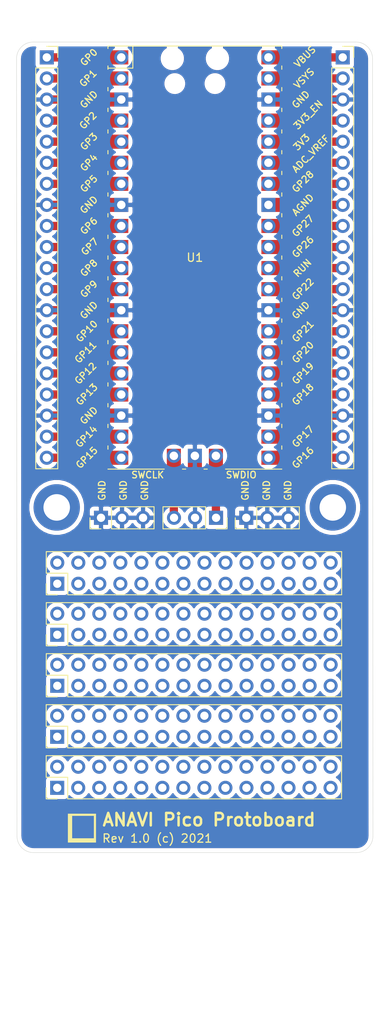
<source format=kicad_pcb>
(kicad_pcb (version 20171130) (host pcbnew 5.1.5+dfsg1-2build2)
  (layers (0 F.Cu signal) (31 B.Cu signal) (34 B.Paste user) (35 F.Paste user) (36 B.SilkS user) (37 F.SilkS user) (38 B.Mask user) (39 F.Mask user) (44 Edge.Cuts user))
  (net 0 "")
  (net 1 "Net-(J1-Pad20)")
  (net 2 "Net-(J1-Pad19)")
  (net 3 GND)
  (net 4 "Net-(J1-Pad17)")
  (net 5 "Net-(J1-Pad16)")
  (net 6 "Net-(J1-Pad15)")
  (net 7 "Net-(J1-Pad14)")
  (net 8 "Net-(J1-Pad12)")
  (net 9 "Net-(J1-Pad11)")
  (net 10 "Net-(J1-Pad10)")
  (net 11 "Net-(J1-Pad9)")
  (net 12 "Net-(J1-Pad7)")
  (net 13 "Net-(J1-Pad6)")
  (net 14 "Net-(J1-Pad5)")
  (net 15 "Net-(J1-Pad4)")
  (net 16 "Net-(J1-Pad2)")
  (net 17 "Net-(J1-Pad1)")
  (net 18 "Net-(J2-Pad20)")
  (net 19 "Net-(J2-Pad19)")
  (net 20 "Net-(J2-Pad17)")
  (net 21 "Net-(J2-Pad16)")
  (net 22 "Net-(J2-Pad15)")
  (net 23 "Net-(J2-Pad14)")
  (net 24 "Net-(J2-Pad12)")
  (net 25 "Net-(J2-Pad11)")
  (net 26 "Net-(J2-Pad10)")
  (net 27 "Net-(J2-Pad9)")
  (net 28 "Net-(J2-Pad8)")
  (net 29 "Net-(J2-Pad7)")
  (net 30 "Net-(J2-Pad6)")
  (net 31 "Net-(J2-Pad5)")
  (net 32 "Net-(J2-Pad4)")
  (net 33 "Net-(J2-Pad2)")
  (net 34 "Net-(J2-Pad1)")
  (net 35 "Net-(J3-Pad3)")
  (net 36 "Net-(J3-Pad1)")
  (module logo:anavi-logo (layer F.Cu) (at 59.9 136.8)
    (fp_text reference G*** hide)
    (fp_text value LOGO hide)
    (fp_poly (pts (xy 1.693334 1.693334) (xy -1.693333 1.693334) (xy -1.693333 -1.524) (xy -1.185333 -1.524) (xy -1.185333 1.185334) (xy 1.439334 1.185334) (xy 1.439334 -1.524) (xy -1.185333 -1.524) (xy -1.693333 -1.524) (xy -1.693333 -1.778) (xy 1.693334 -1.778) (xy 1.693334 1.693334)) (layer F.SilkS) (width 0.01))
  )
  (module MountingHole:MountingHole_3.2mm_M3_DIN965_Pad (layer F.Cu) (at 90.2 98.1)
    (fp_text reference REF** hide)
    (fp_text value MountingHole_3.2mm_M3_DIN965_Pad)
    (pad 2 thru_hole circle (at 0 0) (size 5.6 5.6) (drill 3.2) (layers *.Cu *.Mask))
  )
  (module MountingHole:MountingHole_3.2mm_M3_DIN965_Pad (layer F.Cu) (at 56.85 98.1)
    (fp_text reference REF** hide)
    (fp_text value MountingHole_3.2mm_M3_DIN965_Pad)
    (pad 1 thru_hole circle (at 0 0) (size 5.6 5.6) (drill 3.2) (layers *.Cu *.Mask))
  )
  (module Connector_PinHeader_2.54mm:PinHeader_2x14_P2.54mm_Vertical (layer F.Cu) (at 56.91 131.9 90)
    (fp_text reference REF** hide)
    (fp_text value PinHeader_2x14_P2.54mm_Vertical)
    (fp_line (start -1.33 34.35) (end 3.87 34.35) (layer F.SilkS) (width 0.12))
    (fp_line (start -1.33 1.27) (end -1.33 34.35) (layer F.SilkS) (width 0.12))
    (fp_line (start 3.87 -1.33) (end 3.87 34.35) (layer F.SilkS) (width 0.12))
    (fp_line (start -1.33 1.27) (end 1.27 1.27) (layer F.SilkS) (width 0.12))
    (fp_line (start 1.27 1.27) (end 1.27 -1.33) (layer F.SilkS) (width 0.12))
    (fp_line (start 1.27 -1.33) (end 3.87 -1.33) (layer F.SilkS) (width 0.12))
    (fp_line (start -1.33 0) (end -1.33 -1.33) (layer F.SilkS) (width 0.12))
    (fp_line (start -1.33 -1.33) (end 0 -1.33) (layer F.SilkS) (width 0.12))
    (pad 1 thru_hole rect (at 0 0 90) (size 1.7 1.7) (drill 1) (layers *.Cu *.Mask))
    (pad 2 thru_hole oval (at 2.54 0 90) (size 1.7 1.7) (drill 1) (layers *.Cu *.Mask))
    (pad 3 thru_hole oval (at 0 2.54 90) (size 1.7 1.7) (drill 1) (layers *.Cu *.Mask))
    (pad 4 thru_hole oval (at 2.54 2.54 90) (size 1.7 1.7) (drill 1) (layers *.Cu *.Mask))
    (pad 5 thru_hole oval (at 0 5.08 90) (size 1.7 1.7) (drill 1) (layers *.Cu *.Mask))
    (pad 6 thru_hole oval (at 2.54 5.08 90) (size 1.7 1.7) (drill 1) (layers *.Cu *.Mask))
    (pad 7 thru_hole oval (at 0 7.62 90) (size 1.7 1.7) (drill 1) (layers *.Cu *.Mask))
    (pad 8 thru_hole oval (at 2.54 7.62 90) (size 1.7 1.7) (drill 1) (layers *.Cu *.Mask))
    (pad 9 thru_hole oval (at 0 10.16 90) (size 1.7 1.7) (drill 1) (layers *.Cu *.Mask))
    (pad 10 thru_hole oval (at 2.54 10.16 90) (size 1.7 1.7) (drill 1) (layers *.Cu *.Mask))
    (pad 11 thru_hole oval (at 0 12.7 90) (size 1.7 1.7) (drill 1) (layers *.Cu *.Mask))
    (pad 12 thru_hole oval (at 2.54 12.7 90) (size 1.7 1.7) (drill 1) (layers *.Cu *.Mask))
    (pad 13 thru_hole oval (at 0 15.24 90) (size 1.7 1.7) (drill 1) (layers *.Cu *.Mask))
    (pad 14 thru_hole oval (at 2.54 15.24 90) (size 1.7 1.7) (drill 1) (layers *.Cu *.Mask))
    (pad 15 thru_hole oval (at 0 17.78 90) (size 1.7 1.7) (drill 1) (layers *.Cu *.Mask))
    (pad 16 thru_hole oval (at 2.54 17.78 90) (size 1.7 1.7) (drill 1) (layers *.Cu *.Mask))
    (pad 17 thru_hole oval (at 0 20.32 90) (size 1.7 1.7) (drill 1) (layers *.Cu *.Mask))
    (pad 18 thru_hole oval (at 2.54 20.32 90) (size 1.7 1.7) (drill 1) (layers *.Cu *.Mask))
    (pad 19 thru_hole oval (at 0 22.86 90) (size 1.7 1.7) (drill 1) (layers *.Cu *.Mask))
    (pad 20 thru_hole oval (at 2.54 22.86 90) (size 1.7 1.7) (drill 1) (layers *.Cu *.Mask))
    (pad 21 thru_hole oval (at 0 25.4 90) (size 1.7 1.7) (drill 1) (layers *.Cu *.Mask))
    (pad 22 thru_hole oval (at 2.54 25.4 90) (size 1.7 1.7) (drill 1) (layers *.Cu *.Mask))
    (pad 23 thru_hole oval (at 0 27.94 90) (size 1.7 1.7) (drill 1) (layers *.Cu *.Mask))
    (pad 24 thru_hole oval (at 2.54 27.94 90) (size 1.7 1.7) (drill 1) (layers *.Cu *.Mask))
    (pad 25 thru_hole oval (at 0 30.48 90) (size 1.7 1.7) (drill 1) (layers *.Cu *.Mask))
    (pad 26 thru_hole oval (at 2.54 30.48 90) (size 1.7 1.7) (drill 1) (layers *.Cu *.Mask))
    (pad 27 thru_hole oval (at 0 33.02 90) (size 1.7 1.7) (drill 1) (layers *.Cu *.Mask))
    (pad 28 thru_hole oval (at 2.54 33.02 90) (size 1.7 1.7) (drill 1) (layers *.Cu *.Mask))
  )
  (module Connector_PinHeader_2.54mm:PinHeader_2x14_P2.54mm_Vertical (layer F.Cu) (at 56.91 125.75 90)
    (fp_text reference REF** hide)
    (fp_text value PinHeader_2x14_P2.54mm_Vertical)
    (fp_line (start -1.33 34.35) (end 3.87 34.35) (layer F.SilkS) (width 0.12))
    (fp_line (start -1.33 1.27) (end -1.33 34.35) (layer F.SilkS) (width 0.12))
    (fp_line (start 3.87 -1.33) (end 3.87 34.35) (layer F.SilkS) (width 0.12))
    (fp_line (start -1.33 1.27) (end 1.27 1.27) (layer F.SilkS) (width 0.12))
    (fp_line (start 1.27 1.27) (end 1.27 -1.33) (layer F.SilkS) (width 0.12))
    (fp_line (start 1.27 -1.33) (end 3.87 -1.33) (layer F.SilkS) (width 0.12))
    (fp_line (start -1.33 0) (end -1.33 -1.33) (layer F.SilkS) (width 0.12))
    (fp_line (start -1.33 -1.33) (end 0 -1.33) (layer F.SilkS) (width 0.12))
    (pad 1 thru_hole rect (at 0 0 90) (size 1.7 1.7) (drill 1) (layers *.Cu *.Mask))
    (pad 2 thru_hole oval (at 2.54 0 90) (size 1.7 1.7) (drill 1) (layers *.Cu *.Mask))
    (pad 3 thru_hole oval (at 0 2.54 90) (size 1.7 1.7) (drill 1) (layers *.Cu *.Mask))
    (pad 4 thru_hole oval (at 2.54 2.54 90) (size 1.7 1.7) (drill 1) (layers *.Cu *.Mask))
    (pad 5 thru_hole oval (at 0 5.08 90) (size 1.7 1.7) (drill 1) (layers *.Cu *.Mask))
    (pad 6 thru_hole oval (at 2.54 5.08 90) (size 1.7 1.7) (drill 1) (layers *.Cu *.Mask))
    (pad 7 thru_hole oval (at 0 7.62 90) (size 1.7 1.7) (drill 1) (layers *.Cu *.Mask))
    (pad 8 thru_hole oval (at 2.54 7.62 90) (size 1.7 1.7) (drill 1) (layers *.Cu *.Mask))
    (pad 9 thru_hole oval (at 0 10.16 90) (size 1.7 1.7) (drill 1) (layers *.Cu *.Mask))
    (pad 10 thru_hole oval (at 2.54 10.16 90) (size 1.7 1.7) (drill 1) (layers *.Cu *.Mask))
    (pad 11 thru_hole oval (at 0 12.7 90) (size 1.7 1.7) (drill 1) (layers *.Cu *.Mask))
    (pad 12 thru_hole oval (at 2.54 12.7 90) (size 1.7 1.7) (drill 1) (layers *.Cu *.Mask))
    (pad 13 thru_hole oval (at 0 15.24 90) (size 1.7 1.7) (drill 1) (layers *.Cu *.Mask))
    (pad 14 thru_hole oval (at 2.54 15.24 90) (size 1.7 1.7) (drill 1) (layers *.Cu *.Mask))
    (pad 15 thru_hole oval (at 0 17.78 90) (size 1.7 1.7) (drill 1) (layers *.Cu *.Mask))
    (pad 16 thru_hole oval (at 2.54 17.78 90) (size 1.7 1.7) (drill 1) (layers *.Cu *.Mask))
    (pad 17 thru_hole oval (at 0 20.32 90) (size 1.7 1.7) (drill 1) (layers *.Cu *.Mask))
    (pad 18 thru_hole oval (at 2.54 20.32 90) (size 1.7 1.7) (drill 1) (layers *.Cu *.Mask))
    (pad 19 thru_hole oval (at 0 22.86 90) (size 1.7 1.7) (drill 1) (layers *.Cu *.Mask))
    (pad 20 thru_hole oval (at 2.54 22.86 90) (size 1.7 1.7) (drill 1) (layers *.Cu *.Mask))
    (pad 21 thru_hole oval (at 0 25.4 90) (size 1.7 1.7) (drill 1) (layers *.Cu *.Mask))
    (pad 22 thru_hole oval (at 2.54 25.4 90) (size 1.7 1.7) (drill 1) (layers *.Cu *.Mask))
    (pad 23 thru_hole oval (at 0 27.94 90) (size 1.7 1.7) (drill 1) (layers *.Cu *.Mask))
    (pad 24 thru_hole oval (at 2.54 27.94 90) (size 1.7 1.7) (drill 1) (layers *.Cu *.Mask))
    (pad 25 thru_hole oval (at 0 30.48 90) (size 1.7 1.7) (drill 1) (layers *.Cu *.Mask))
    (pad 26 thru_hole oval (at 2.54 30.48 90) (size 1.7 1.7) (drill 1) (layers *.Cu *.Mask))
    (pad 27 thru_hole oval (at 0 33.02 90) (size 1.7 1.7) (drill 1) (layers *.Cu *.Mask))
    (pad 28 thru_hole oval (at 2.54 33.02 90) (size 1.7 1.7) (drill 1) (layers *.Cu *.Mask))
  )
  (module Connector_PinHeader_2.54mm:PinHeader_2x14_P2.54mm_Vertical (layer F.Cu) (at 56.92 119.6 90)
    (fp_text reference REF** hide)
    (fp_text value PinHeader_2x14_P2.54mm_Vertical hide)
    (fp_line (start -1.33 -1.33) (end 0 -1.33) (layer F.SilkS) (width 0.12))
    (fp_line (start -1.33 0) (end -1.33 -1.33) (layer F.SilkS) (width 0.12))
    (fp_line (start 1.27 -1.33) (end 3.87 -1.33) (layer F.SilkS) (width 0.12))
    (fp_line (start 1.27 1.27) (end 1.27 -1.33) (layer F.SilkS) (width 0.12))
    (fp_line (start -1.33 1.27) (end 1.27 1.27) (layer F.SilkS) (width 0.12))
    (fp_line (start 3.87 -1.33) (end 3.87 34.35) (layer F.SilkS) (width 0.12))
    (fp_line (start -1.33 1.27) (end -1.33 34.35) (layer F.SilkS) (width 0.12))
    (fp_line (start -1.33 34.35) (end 3.87 34.35) (layer F.SilkS) (width 0.12))
    (pad 28 thru_hole oval (at 2.54 33.02 90) (size 1.7 1.7) (drill 1) (layers *.Cu *.Mask))
    (pad 27 thru_hole oval (at 0 33.02 90) (size 1.7 1.7) (drill 1) (layers *.Cu *.Mask))
    (pad 26 thru_hole oval (at 2.54 30.48 90) (size 1.7 1.7) (drill 1) (layers *.Cu *.Mask))
    (pad 25 thru_hole oval (at 0 30.48 90) (size 1.7 1.7) (drill 1) (layers *.Cu *.Mask))
    (pad 24 thru_hole oval (at 2.54 27.94 90) (size 1.7 1.7) (drill 1) (layers *.Cu *.Mask))
    (pad 23 thru_hole oval (at 0 27.94 90) (size 1.7 1.7) (drill 1) (layers *.Cu *.Mask))
    (pad 22 thru_hole oval (at 2.54 25.4 90) (size 1.7 1.7) (drill 1) (layers *.Cu *.Mask))
    (pad 21 thru_hole oval (at 0 25.4 90) (size 1.7 1.7) (drill 1) (layers *.Cu *.Mask))
    (pad 20 thru_hole oval (at 2.54 22.86 90) (size 1.7 1.7) (drill 1) (layers *.Cu *.Mask))
    (pad 19 thru_hole oval (at 0 22.86 90) (size 1.7 1.7) (drill 1) (layers *.Cu *.Mask))
    (pad 18 thru_hole oval (at 2.54 20.32 90) (size 1.7 1.7) (drill 1) (layers *.Cu *.Mask))
    (pad 17 thru_hole oval (at 0 20.32 90) (size 1.7 1.7) (drill 1) (layers *.Cu *.Mask))
    (pad 16 thru_hole oval (at 2.54 17.78 90) (size 1.7 1.7) (drill 1) (layers *.Cu *.Mask))
    (pad 15 thru_hole oval (at 0 17.78 90) (size 1.7 1.7) (drill 1) (layers *.Cu *.Mask))
    (pad 14 thru_hole oval (at 2.54 15.24 90) (size 1.7 1.7) (drill 1) (layers *.Cu *.Mask))
    (pad 13 thru_hole oval (at 0 15.24 90) (size 1.7 1.7) (drill 1) (layers *.Cu *.Mask))
    (pad 12 thru_hole oval (at 2.54 12.7 90) (size 1.7 1.7) (drill 1) (layers *.Cu *.Mask))
    (pad 11 thru_hole oval (at 0 12.7 90) (size 1.7 1.7) (drill 1) (layers *.Cu *.Mask))
    (pad 10 thru_hole oval (at 2.54 10.16 90) (size 1.7 1.7) (drill 1) (layers *.Cu *.Mask))
    (pad 9 thru_hole oval (at 0 10.16 90) (size 1.7 1.7) (drill 1) (layers *.Cu *.Mask))
    (pad 8 thru_hole oval (at 2.54 7.62 90) (size 1.7 1.7) (drill 1) (layers *.Cu *.Mask))
    (pad 7 thru_hole oval (at 0 7.62 90) (size 1.7 1.7) (drill 1) (layers *.Cu *.Mask))
    (pad 6 thru_hole oval (at 2.54 5.08 90) (size 1.7 1.7) (drill 1) (layers *.Cu *.Mask))
    (pad 5 thru_hole oval (at 0 5.08 90) (size 1.7 1.7) (drill 1) (layers *.Cu *.Mask))
    (pad 4 thru_hole oval (at 2.54 2.54 90) (size 1.7 1.7) (drill 1) (layers *.Cu *.Mask))
    (pad 3 thru_hole oval (at 0 2.54 90) (size 1.7 1.7) (drill 1) (layers *.Cu *.Mask))
    (pad 2 thru_hole oval (at 2.54 0 90) (size 1.7 1.7) (drill 1) (layers *.Cu *.Mask))
    (pad 1 thru_hole rect (at 0 0 90) (size 1.7 1.7) (drill 1) (layers *.Cu *.Mask))
  )
  (module Connector_PinHeader_2.54mm:PinHeader_2x14_P2.54mm_Vertical (layer F.Cu) (at 56.92 113.45 90)
    (fp_text reference REF** hide)
    (fp_text value PinHeader_2x14_P2.54mm_Vertical hide)
    (fp_line (start -1.33 -1.33) (end 0 -1.33) (layer F.SilkS) (width 0.12))
    (fp_line (start -1.33 0) (end -1.33 -1.33) (layer F.SilkS) (width 0.12))
    (fp_line (start 1.27 -1.33) (end 3.87 -1.33) (layer F.SilkS) (width 0.12))
    (fp_line (start 1.27 1.27) (end 1.27 -1.33) (layer F.SilkS) (width 0.12))
    (fp_line (start -1.33 1.27) (end 1.27 1.27) (layer F.SilkS) (width 0.12))
    (fp_line (start 3.87 -1.33) (end 3.87 34.35) (layer F.SilkS) (width 0.12))
    (fp_line (start -1.33 1.27) (end -1.33 34.35) (layer F.SilkS) (width 0.12))
    (fp_line (start -1.33 34.35) (end 3.87 34.35) (layer F.SilkS) (width 0.12))
    (pad 28 thru_hole oval (at 2.54 33.02 90) (size 1.7 1.7) (drill 1) (layers *.Cu *.Mask))
    (pad 27 thru_hole oval (at 0 33.02 90) (size 1.7 1.7) (drill 1) (layers *.Cu *.Mask))
    (pad 26 thru_hole oval (at 2.54 30.48 90) (size 1.7 1.7) (drill 1) (layers *.Cu *.Mask))
    (pad 25 thru_hole oval (at 0 30.48 90) (size 1.7 1.7) (drill 1) (layers *.Cu *.Mask))
    (pad 24 thru_hole oval (at 2.54 27.94 90) (size 1.7 1.7) (drill 1) (layers *.Cu *.Mask))
    (pad 23 thru_hole oval (at 0 27.94 90) (size 1.7 1.7) (drill 1) (layers *.Cu *.Mask))
    (pad 22 thru_hole oval (at 2.54 25.4 90) (size 1.7 1.7) (drill 1) (layers *.Cu *.Mask))
    (pad 21 thru_hole oval (at 0 25.4 90) (size 1.7 1.7) (drill 1) (layers *.Cu *.Mask))
    (pad 20 thru_hole oval (at 2.54 22.86 90) (size 1.7 1.7) (drill 1) (layers *.Cu *.Mask))
    (pad 19 thru_hole oval (at 0 22.86 90) (size 1.7 1.7) (drill 1) (layers *.Cu *.Mask))
    (pad 18 thru_hole oval (at 2.54 20.32 90) (size 1.7 1.7) (drill 1) (layers *.Cu *.Mask))
    (pad 17 thru_hole oval (at 0 20.32 90) (size 1.7 1.7) (drill 1) (layers *.Cu *.Mask))
    (pad 16 thru_hole oval (at 2.54 17.78 90) (size 1.7 1.7) (drill 1) (layers *.Cu *.Mask))
    (pad 15 thru_hole oval (at 0 17.78 90) (size 1.7 1.7) (drill 1) (layers *.Cu *.Mask))
    (pad 14 thru_hole oval (at 2.54 15.24 90) (size 1.7 1.7) (drill 1) (layers *.Cu *.Mask))
    (pad 13 thru_hole oval (at 0 15.24 90) (size 1.7 1.7) (drill 1) (layers *.Cu *.Mask))
    (pad 12 thru_hole oval (at 2.54 12.7 90) (size 1.7 1.7) (drill 1) (layers *.Cu *.Mask))
    (pad 11 thru_hole oval (at 0 12.7 90) (size 1.7 1.7) (drill 1) (layers *.Cu *.Mask))
    (pad 10 thru_hole oval (at 2.54 10.16 90) (size 1.7 1.7) (drill 1) (layers *.Cu *.Mask))
    (pad 9 thru_hole oval (at 0 10.16 90) (size 1.7 1.7) (drill 1) (layers *.Cu *.Mask))
    (pad 8 thru_hole oval (at 2.54 7.62 90) (size 1.7 1.7) (drill 1) (layers *.Cu *.Mask))
    (pad 7 thru_hole oval (at 0 7.62 90) (size 1.7 1.7) (drill 1) (layers *.Cu *.Mask))
    (pad 6 thru_hole oval (at 2.54 5.08 90) (size 1.7 1.7) (drill 1) (layers *.Cu *.Mask))
    (pad 5 thru_hole oval (at 0 5.08 90) (size 1.7 1.7) (drill 1) (layers *.Cu *.Mask))
    (pad 4 thru_hole oval (at 2.54 2.54 90) (size 1.7 1.7) (drill 1) (layers *.Cu *.Mask))
    (pad 3 thru_hole oval (at 0 2.54 90) (size 1.7 1.7) (drill 1) (layers *.Cu *.Mask))
    (pad 2 thru_hole oval (at 2.54 0 90) (size 1.7 1.7) (drill 1) (layers *.Cu *.Mask))
    (pad 1 thru_hole rect (at 0 0 90) (size 1.7 1.7) (drill 1) (layers *.Cu *.Mask))
  )
  (module Connector_PinHeader_2.54mm:PinHeader_2x14_P2.54mm_Vertical (layer F.Cu) (at 56.92 107.3 90)
    (fp_text reference REF** hide)
    (fp_text value PinHeader_2x14_P2.54mm_Vertical hide)
    (fp_line (start -1.33 -1.33) (end 0 -1.33) (layer F.SilkS) (width 0.12))
    (fp_line (start -1.33 0) (end -1.33 -1.33) (layer F.SilkS) (width 0.12))
    (fp_line (start 1.27 -1.33) (end 3.87 -1.33) (layer F.SilkS) (width 0.12))
    (fp_line (start 1.27 1.27) (end 1.27 -1.33) (layer F.SilkS) (width 0.12))
    (fp_line (start -1.33 1.27) (end 1.27 1.27) (layer F.SilkS) (width 0.12))
    (fp_line (start 3.87 -1.33) (end 3.87 34.35) (layer F.SilkS) (width 0.12))
    (fp_line (start -1.33 1.27) (end -1.33 34.35) (layer F.SilkS) (width 0.12))
    (fp_line (start -1.33 34.35) (end 3.87 34.35) (layer F.SilkS) (width 0.12))
    (pad 28 thru_hole oval (at 2.54 33.02 90) (size 1.7 1.7) (drill 1) (layers *.Cu *.Mask))
    (pad 27 thru_hole oval (at 0 33.02 90) (size 1.7 1.7) (drill 1) (layers *.Cu *.Mask))
    (pad 26 thru_hole oval (at 2.54 30.48 90) (size 1.7 1.7) (drill 1) (layers *.Cu *.Mask))
    (pad 25 thru_hole oval (at 0 30.48 90) (size 1.7 1.7) (drill 1) (layers *.Cu *.Mask))
    (pad 24 thru_hole oval (at 2.54 27.94 90) (size 1.7 1.7) (drill 1) (layers *.Cu *.Mask))
    (pad 23 thru_hole oval (at 0 27.94 90) (size 1.7 1.7) (drill 1) (layers *.Cu *.Mask))
    (pad 22 thru_hole oval (at 2.54 25.4 90) (size 1.7 1.7) (drill 1) (layers *.Cu *.Mask))
    (pad 21 thru_hole oval (at 0 25.4 90) (size 1.7 1.7) (drill 1) (layers *.Cu *.Mask))
    (pad 20 thru_hole oval (at 2.54 22.86 90) (size 1.7 1.7) (drill 1) (layers *.Cu *.Mask))
    (pad 19 thru_hole oval (at 0 22.86 90) (size 1.7 1.7) (drill 1) (layers *.Cu *.Mask))
    (pad 18 thru_hole oval (at 2.54 20.32 90) (size 1.7 1.7) (drill 1) (layers *.Cu *.Mask))
    (pad 17 thru_hole oval (at 0 20.32 90) (size 1.7 1.7) (drill 1) (layers *.Cu *.Mask))
    (pad 16 thru_hole oval (at 2.54 17.78 90) (size 1.7 1.7) (drill 1) (layers *.Cu *.Mask))
    (pad 15 thru_hole oval (at 0 17.78 90) (size 1.7 1.7) (drill 1) (layers *.Cu *.Mask))
    (pad 14 thru_hole oval (at 2.54 15.24 90) (size 1.7 1.7) (drill 1) (layers *.Cu *.Mask))
    (pad 13 thru_hole oval (at 0 15.24 90) (size 1.7 1.7) (drill 1) (layers *.Cu *.Mask))
    (pad 12 thru_hole oval (at 2.54 12.7 90) (size 1.7 1.7) (drill 1) (layers *.Cu *.Mask))
    (pad 11 thru_hole oval (at 0 12.7 90) (size 1.7 1.7) (drill 1) (layers *.Cu *.Mask))
    (pad 10 thru_hole oval (at 2.54 10.16 90) (size 1.7 1.7) (drill 1) (layers *.Cu *.Mask))
    (pad 9 thru_hole oval (at 0 10.16 90) (size 1.7 1.7) (drill 1) (layers *.Cu *.Mask))
    (pad 8 thru_hole oval (at 2.54 7.62 90) (size 1.7 1.7) (drill 1) (layers *.Cu *.Mask))
    (pad 7 thru_hole oval (at 0 7.62 90) (size 1.7 1.7) (drill 1) (layers *.Cu *.Mask))
    (pad 6 thru_hole oval (at 2.54 5.08 90) (size 1.7 1.7) (drill 1) (layers *.Cu *.Mask))
    (pad 5 thru_hole oval (at 0 5.08 90) (size 1.7 1.7) (drill 1) (layers *.Cu *.Mask))
    (pad 4 thru_hole oval (at 2.54 2.54 90) (size 1.7 1.7) (drill 1) (layers *.Cu *.Mask))
    (pad 3 thru_hole oval (at 0 2.54 90) (size 1.7 1.7) (drill 1) (layers *.Cu *.Mask))
    (pad 2 thru_hole oval (at 2.54 0 90) (size 1.7 1.7) (drill 1) (layers *.Cu *.Mask))
    (pad 1 thru_hole rect (at 0 0 90) (size 1.7 1.7) (drill 1) (layers *.Cu *.Mask))
  )
  (module Connector_PinSocket_2.54mm:PinSocket_1x03_P2.54mm_Vertical (layer F.Cu) (at 76.1 99.35 270)
    (fp_text reference J3 hide)
    (fp_text value Conn_01x03)
    (fp_line (start -1.33 1.27) (end 1.33 1.27) (layer F.SilkS) (width 0.12))
    (fp_line (start -1.33 1.27) (end -1.33 6.41) (layer F.SilkS) (width 0.12))
    (fp_line (start -1.33 6.41) (end 1.33 6.41) (layer F.SilkS) (width 0.12))
    (fp_line (start 1.33 1.27) (end 1.33 6.41) (layer F.SilkS) (width 0.12))
    (fp_line (start 1.33 -1.33) (end 1.33 0) (layer F.SilkS) (width 0.12))
    (fp_line (start 0 -1.33) (end 1.33 -1.33) (layer F.SilkS) (width 0.12))
    (pad 3 thru_hole oval (at 0 5.08 270) (size 1.7 1.7) (drill 1) (layers *.Cu *.Mask) (net 35 "Net-(J3-Pad3)"))
    (pad 2 thru_hole oval (at 0 2.54 270) (size 1.7 1.7) (drill 1) (layers *.Cu *.Mask) (net 3 GND))
    (pad 1 thru_hole rect (at 0 0 270) (size 1.7 1.7) (drill 1) (layers *.Cu *.Mask) (net 36 "Net-(J3-Pad1)"))
  )
  (module Connector_PinSocket_2.54mm:PinSocket_1x20_P2.54mm_Vertical (layer F.Cu) (at 55.65 43.85)
    (fp_text reference J1 hide)
    (fp_text value Conn_01x20)
    (fp_line (start -1.33 1.27) (end 1.33 1.27) (layer F.SilkS) (width 0.12))
    (fp_line (start -1.33 1.27) (end -1.33 49.59) (layer F.SilkS) (width 0.12))
    (fp_line (start -1.33 49.59) (end 1.33 49.59) (layer F.SilkS) (width 0.12))
    (fp_line (start 1.33 1.27) (end 1.33 49.59) (layer F.SilkS) (width 0.12))
    (fp_line (start 1.33 -1.33) (end 1.33 0) (layer F.SilkS) (width 0.12))
    (fp_line (start 0 -1.33) (end 1.33 -1.33) (layer F.SilkS) (width 0.12))
    (pad 20 thru_hole oval (at 0 48.26) (size 1.7 1.7) (drill 1) (layers *.Cu *.Mask) (net 1 "Net-(J1-Pad20)"))
    (pad 19 thru_hole oval (at 0 45.72) (size 1.7 1.7) (drill 1) (layers *.Cu *.Mask) (net 2 "Net-(J1-Pad19)"))
    (pad 18 thru_hole oval (at 0 43.18) (size 1.7 1.7) (drill 1) (layers *.Cu *.Mask) (net 3 GND))
    (pad 17 thru_hole oval (at 0 40.64) (size 1.7 1.7) (drill 1) (layers *.Cu *.Mask) (net 4 "Net-(J1-Pad17)"))
    (pad 16 thru_hole oval (at 0 38.1) (size 1.7 1.7) (drill 1) (layers *.Cu *.Mask) (net 5 "Net-(J1-Pad16)"))
    (pad 15 thru_hole oval (at 0 35.56) (size 1.7 1.7) (drill 1) (layers *.Cu *.Mask) (net 6 "Net-(J1-Pad15)"))
    (pad 14 thru_hole oval (at 0 33.02) (size 1.7 1.7) (drill 1) (layers *.Cu *.Mask) (net 7 "Net-(J1-Pad14)"))
    (pad 13 thru_hole oval (at 0 30.48) (size 1.7 1.7) (drill 1) (layers *.Cu *.Mask) (net 3 GND))
    (pad 12 thru_hole oval (at 0 27.94) (size 1.7 1.7) (drill 1) (layers *.Cu *.Mask) (net 8 "Net-(J1-Pad12)"))
    (pad 11 thru_hole oval (at 0 25.4) (size 1.7 1.7) (drill 1) (layers *.Cu *.Mask) (net 9 "Net-(J1-Pad11)"))
    (pad 10 thru_hole oval (at 0 22.86) (size 1.7 1.7) (drill 1) (layers *.Cu *.Mask) (net 10 "Net-(J1-Pad10)"))
    (pad 9 thru_hole oval (at 0 20.32) (size 1.7 1.7) (drill 1) (layers *.Cu *.Mask) (net 11 "Net-(J1-Pad9)"))
    (pad 8 thru_hole oval (at 0 17.78) (size 1.7 1.7) (drill 1) (layers *.Cu *.Mask) (net 3 GND))
    (pad 7 thru_hole oval (at 0 15.24) (size 1.7 1.7) (drill 1) (layers *.Cu *.Mask) (net 12 "Net-(J1-Pad7)"))
    (pad 6 thru_hole oval (at 0 12.7) (size 1.7 1.7) (drill 1) (layers *.Cu *.Mask) (net 13 "Net-(J1-Pad6)"))
    (pad 5 thru_hole oval (at 0 10.16) (size 1.7 1.7) (drill 1) (layers *.Cu *.Mask) (net 14 "Net-(J1-Pad5)"))
    (pad 4 thru_hole oval (at 0 7.62) (size 1.7 1.7) (drill 1) (layers *.Cu *.Mask) (net 15 "Net-(J1-Pad4)"))
    (pad 3 thru_hole oval (at 0 5.08) (size 1.7 1.7) (drill 1) (layers *.Cu *.Mask) (net 3 GND))
    (pad 2 thru_hole oval (at 0 2.54) (size 1.7 1.7) (drill 1) (layers *.Cu *.Mask) (net 16 "Net-(J1-Pad2)"))
    (pad 1 thru_hole rect (at 0 0) (size 1.7 1.7) (drill 1) (layers *.Cu *.Mask) (net 17 "Net-(J1-Pad1)"))
  )
  (module Connector_PinSocket_2.54mm:PinSocket_1x20_P2.54mm_Vertical (layer F.Cu) (at 91.4 43.85)
    (fp_text reference J2 hide)
    (fp_text value Conn_01x20)
    (fp_line (start -1.33 1.27) (end 1.33 1.27) (layer F.SilkS) (width 0.12))
    (fp_line (start -1.33 1.27) (end -1.33 49.59) (layer F.SilkS) (width 0.12))
    (fp_line (start -1.33 49.59) (end 1.33 49.59) (layer F.SilkS) (width 0.12))
    (fp_line (start 1.33 1.27) (end 1.33 49.59) (layer F.SilkS) (width 0.12))
    (fp_line (start 1.33 -1.33) (end 1.33 0) (layer F.SilkS) (width 0.12))
    (fp_line (start 0 -1.33) (end 1.33 -1.33) (layer F.SilkS) (width 0.12))
    (pad 20 thru_hole oval (at 0 48.26) (size 1.7 1.7) (drill 1) (layers *.Cu *.Mask) (net 18 "Net-(J2-Pad20)"))
    (pad 19 thru_hole oval (at 0 45.72) (size 1.7 1.7) (drill 1) (layers *.Cu *.Mask) (net 19 "Net-(J2-Pad19)"))
    (pad 18 thru_hole oval (at 0 43.18) (size 1.7 1.7) (drill 1) (layers *.Cu *.Mask) (net 3 GND))
    (pad 17 thru_hole oval (at 0 40.64) (size 1.7 1.7) (drill 1) (layers *.Cu *.Mask) (net 20 "Net-(J2-Pad17)"))
    (pad 16 thru_hole oval (at 0 38.1) (size 1.7 1.7) (drill 1) (layers *.Cu *.Mask) (net 21 "Net-(J2-Pad16)"))
    (pad 15 thru_hole oval (at 0 35.56) (size 1.7 1.7) (drill 1) (layers *.Cu *.Mask) (net 22 "Net-(J2-Pad15)"))
    (pad 14 thru_hole oval (at 0 33.02) (size 1.7 1.7) (drill 1) (layers *.Cu *.Mask) (net 23 "Net-(J2-Pad14)"))
    (pad 13 thru_hole oval (at 0 30.48) (size 1.7 1.7) (drill 1) (layers *.Cu *.Mask) (net 3 GND))
    (pad 12 thru_hole oval (at 0 27.94) (size 1.7 1.7) (drill 1) (layers *.Cu *.Mask) (net 24 "Net-(J2-Pad12)"))
    (pad 11 thru_hole oval (at 0 25.4) (size 1.7 1.7) (drill 1) (layers *.Cu *.Mask) (net 25 "Net-(J2-Pad11)"))
    (pad 10 thru_hole oval (at 0 22.86) (size 1.7 1.7) (drill 1) (layers *.Cu *.Mask) (net 26 "Net-(J2-Pad10)"))
    (pad 9 thru_hole oval (at 0 20.32) (size 1.7 1.7) (drill 1) (layers *.Cu *.Mask) (net 27 "Net-(J2-Pad9)"))
    (pad 8 thru_hole oval (at 0 17.78) (size 1.7 1.7) (drill 1) (layers *.Cu *.Mask) (net 28 "Net-(J2-Pad8)"))
    (pad 7 thru_hole oval (at 0 15.24) (size 1.7 1.7) (drill 1) (layers *.Cu *.Mask) (net 29 "Net-(J2-Pad7)"))
    (pad 6 thru_hole oval (at 0 12.7) (size 1.7 1.7) (drill 1) (layers *.Cu *.Mask) (net 30 "Net-(J2-Pad6)"))
    (pad 5 thru_hole oval (at 0 10.16) (size 1.7 1.7) (drill 1) (layers *.Cu *.Mask) (net 31 "Net-(J2-Pad5)"))
    (pad 4 thru_hole oval (at 0 7.62) (size 1.7 1.7) (drill 1) (layers *.Cu *.Mask) (net 32 "Net-(J2-Pad4)"))
    (pad 3 thru_hole oval (at 0 5.08) (size 1.7 1.7) (drill 1) (layers *.Cu *.Mask) (net 3 GND))
    (pad 2 thru_hole oval (at 0 2.54) (size 1.7 1.7) (drill 1) (layers *.Cu *.Mask) (net 33 "Net-(J2-Pad2)"))
    (pad 1 thru_hole rect (at 0 0) (size 1.7 1.7) (drill 1) (layers *.Cu *.Mask) (net 34 "Net-(J2-Pad1)"))
  )
  (module MCU_RaspberryPi_and_Boards:RPi_Pico_SMD_TH (layer F.Cu) (at 73.54 67.98)
    (fp_text reference U1 (at 0 0) (layer F.SilkS))
    (fp_text value Pico)
    (fp_line (start 1.1 25.5) (end 1.5 25.5) (layer F.SilkS) (width 0.12))
    (fp_line (start -1.5 25.5) (end -1.1 25.5) (layer F.SilkS) (width 0.12))
    (fp_line (start 10.5 25.5) (end 3.7 25.5) (layer F.SilkS) (width 0.12))
    (fp_line (start 10.5 15.1) (end 10.5 15.5) (layer F.SilkS) (width 0.12))
    (fp_line (start 10.5 7.4) (end 10.5 7.8) (layer F.SilkS) (width 0.12))
    (fp_line (start 10.5 -18) (end 10.5 -17.6) (layer F.SilkS) (width 0.12))
    (fp_line (start 10.5 -25.5) (end 10.5 -25.2) (layer F.SilkS) (width 0.12))
    (fp_line (start 10.5 -2.7) (end 10.5 -2.3) (layer F.SilkS) (width 0.12))
    (fp_line (start 10.5 12.5) (end 10.5 12.9) (layer F.SilkS) (width 0.12))
    (fp_line (start 10.5 -7.8) (end 10.5 -7.4) (layer F.SilkS) (width 0.12))
    (fp_line (start 10.5 -12.9) (end 10.5 -12.5) (layer F.SilkS) (width 0.12))
    (fp_line (start 10.5 -0.2) (end 10.5 0.2) (layer F.SilkS) (width 0.12))
    (fp_line (start 10.5 4.9) (end 10.5 5.3) (layer F.SilkS) (width 0.12))
    (fp_line (start 10.5 20.1) (end 10.5 20.5) (layer F.SilkS) (width 0.12))
    (fp_line (start 10.5 22.7) (end 10.5 23.1) (layer F.SilkS) (width 0.12))
    (fp_line (start 10.5 17.6) (end 10.5 18) (layer F.SilkS) (width 0.12))
    (fp_line (start 10.5 -15.4) (end 10.5 -15) (layer F.SilkS) (width 0.12))
    (fp_line (start 10.5 -23.1) (end 10.5 -22.7) (layer F.SilkS) (width 0.12))
    (fp_line (start 10.5 -20.5) (end 10.5 -20.1) (layer F.SilkS) (width 0.12))
    (fp_line (start 10.5 10) (end 10.5 10.4) (layer F.SilkS) (width 0.12))
    (fp_line (start 10.5 2.3) (end 10.5 2.7) (layer F.SilkS) (width 0.12))
    (fp_line (start 10.5 -5.3) (end 10.5 -4.9) (layer F.SilkS) (width 0.12))
    (fp_line (start 10.5 -10.4) (end 10.5 -10) (layer F.SilkS) (width 0.12))
    (fp_line (start -10.5 22.7) (end -10.5 23.1) (layer F.SilkS) (width 0.12))
    (fp_line (start -10.5 20.1) (end -10.5 20.5) (layer F.SilkS) (width 0.12))
    (fp_line (start -10.5 17.6) (end -10.5 18) (layer F.SilkS) (width 0.12))
    (fp_line (start -10.5 15.1) (end -10.5 15.5) (layer F.SilkS) (width 0.12))
    (fp_line (start -10.5 12.5) (end -10.5 12.9) (layer F.SilkS) (width 0.12))
    (fp_line (start -10.5 10) (end -10.5 10.4) (layer F.SilkS) (width 0.12))
    (fp_line (start -10.5 7.4) (end -10.5 7.8) (layer F.SilkS) (width 0.12))
    (fp_line (start -10.5 4.9) (end -10.5 5.3) (layer F.SilkS) (width 0.12))
    (fp_line (start -10.5 2.3) (end -10.5 2.7) (layer F.SilkS) (width 0.12))
    (fp_line (start -10.5 -0.2) (end -10.5 0.2) (layer F.SilkS) (width 0.12))
    (fp_line (start -10.5 -2.7) (end -10.5 -2.3) (layer F.SilkS) (width 0.12))
    (fp_line (start -10.5 -5.3) (end -10.5 -4.9) (layer F.SilkS) (width 0.12))
    (fp_line (start -10.5 -7.8) (end -10.5 -7.4) (layer F.SilkS) (width 0.12))
    (fp_line (start -10.5 -10.4) (end -10.5 -10) (layer F.SilkS) (width 0.12))
    (fp_line (start -10.5 -12.9) (end -10.5 -12.5) (layer F.SilkS) (width 0.12))
    (fp_line (start -10.5 -15.4) (end -10.5 -15) (layer F.SilkS) (width 0.12))
    (fp_line (start -10.5 -18) (end -10.5 -17.6) (layer F.SilkS) (width 0.12))
    (fp_line (start -10.5 -20.5) (end -10.5 -20.1) (layer F.SilkS) (width 0.12))
    (fp_line (start -10.5 -23.1) (end -10.5 -22.7) (layer F.SilkS) (width 0.12))
    (fp_line (start -10.5 -25.5) (end -10.5 -25.2) (layer F.SilkS) (width 0.12))
    (fp_line (start -7.493 -22.833) (end -7.493 -25.5) (layer F.SilkS) (width 0.12))
    (fp_line (start -10.5 -22.833) (end -7.493 -22.833) (layer F.SilkS) (width 0.12))
    (fp_line (start -3.7 25.5) (end -10.5 25.5) (layer F.SilkS) (width 0.12))
    (fp_line (start -10.5 -25.5) (end 10.5 -25.5) (layer F.SilkS) (width 0.12))
    (fp_text user SWDIO (at 5.6 26.2) (layer F.SilkS) (effects (font (size 0.8 0.8))))
    (fp_text user SWCLK (at -5.7 26.2) (layer F.SilkS) (effects (font (size 0.8 0.8))))
    (fp_text user AGND (at 13.054 -6.35 45) (layer F.SilkS) (effects (font (size 0.8 0.8))))
    (fp_text user GND (at 12.8 -19.05 45) (layer F.SilkS) (effects (font (size 0.8 0.8))))
    (fp_text user GND (at 12.8 6.35 45) (layer F.SilkS) (effects (font (size 0.8 0.8))))
    (fp_text user GND (at -12.8 19.05 45) (layer F.SilkS) (effects (font (size 0.8 0.8))))
    (fp_text user GND (at -12.8 6.35 45) (layer F.SilkS) (effects (font (size 0.8 0.8))))
    (fp_text user GND (at -12.8 -6.35 45) (layer F.SilkS) (effects (font (size 0.8 0.8))))
    (fp_text user GND (at -12.8 -19.05 45) (layer F.SilkS) (effects (font (size 0.8 0.8))))
    (fp_text user VBUS (at 13.3 -24.2 45) (layer F.SilkS) (effects (font (size 0.8 0.8))))
    (fp_text user VSYS (at 13.2 -21.59 45) (layer F.SilkS) (effects (font (size 0.8 0.8))))
    (fp_text user 3V3_EN (at 13.7 -17.2 45) (layer F.SilkS) (effects (font (size 0.8 0.8))))
    (fp_text user 3V3 (at 12.9 -13.9 45) (layer F.SilkS) (effects (font (size 0.8 0.8))))
    (fp_text user ADC_VREF (at 14 -12.5 45) (layer F.SilkS) (effects (font (size 0.8 0.8))))
    (fp_text user GP28 (at 13.054 -9.144 45) (layer F.SilkS) (effects (font (size 0.8 0.8))))
    (fp_text user GP27 (at 13.054 -3.8 45) (layer F.SilkS) (effects (font (size 0.8 0.8))))
    (fp_text user GP26 (at 13.054 -1.27 45) (layer F.SilkS) (effects (font (size 0.8 0.8))))
    (fp_text user RUN (at 13 1.27 45) (layer F.SilkS) (effects (font (size 0.8 0.8))))
    (fp_text user GP22 (at 13.054 3.81 45) (layer F.SilkS) (effects (font (size 0.8 0.8))))
    (fp_text user GP21 (at 13.054 8.9 45) (layer F.SilkS) (effects (font (size 0.8 0.8))))
    (fp_text user GP20 (at 13.054 11.43 45) (layer F.SilkS) (effects (font (size 0.8 0.8))))
    (fp_text user GP19 (at 13.054 13.97 45) (layer F.SilkS) (effects (font (size 0.8 0.8))))
    (fp_text user GP18 (at 13.054 16.51 45) (layer F.SilkS) (effects (font (size 0.8 0.8))))
    (fp_text user GP17 (at 13.054 21.59 45) (layer F.SilkS) (effects (font (size 0.8 0.8))))
    (fp_text user GP16 (at 13.054 24.13 45) (layer F.SilkS) (effects (font (size 0.8 0.8))))
    (fp_text user GP15 (at -13.054 24.13 45) (layer F.SilkS) (effects (font (size 0.8 0.8))))
    (fp_text user GP14 (at -13.1 21.59 45) (layer F.SilkS) (effects (font (size 0.8 0.8))))
    (fp_text user GP13 (at -13.054 16.51 45) (layer F.SilkS) (effects (font (size 0.8 0.8))))
    (fp_text user GP12 (at -13.2 13.97 45) (layer F.SilkS) (effects (font (size 0.8 0.8))))
    (fp_text user GP11 (at -13.2 11.43 45) (layer F.SilkS) (effects (font (size 0.8 0.8))))
    (fp_text user GP10 (at -13.054 8.89 45) (layer F.SilkS) (effects (font (size 0.8 0.8))))
    (fp_text user GP9 (at -12.8 3.81 45) (layer F.SilkS) (effects (font (size 0.8 0.8))))
    (fp_text user GP8 (at -12.8 1.27 45) (layer F.SilkS) (effects (font (size 0.8 0.8))))
    (fp_text user GP7 (at -12.7 -1.3 45) (layer F.SilkS) (effects (font (size 0.8 0.8))))
    (fp_text user GP6 (at -12.8 -3.81 45) (layer F.SilkS) (effects (font (size 0.8 0.8))))
    (fp_text user GP5 (at -12.8 -8.89 45) (layer F.SilkS) (effects (font (size 0.8 0.8))))
    (fp_text user GP4 (at -12.8 -11.43 45) (layer F.SilkS) (effects (font (size 0.8 0.8))))
    (fp_text user GP3 (at -12.8 -13.97 45) (layer F.SilkS) (effects (font (size 0.8 0.8))))
    (fp_text user GP0 (at -12.8 -24.13 45) (layer F.SilkS) (effects (font (size 0.8 0.8))))
    (fp_text user GP2 (at -12.9 -16.51 45) (layer F.SilkS) (effects (font (size 0.8 0.8))))
    (fp_text user GP1 (at -12.9 -21.6 45) (layer F.SilkS) (effects (font (size 0.8 0.8))))
    (pad 43 thru_hole oval (at 2.54 23.9) (size 1.7 1.7) (drill 1.02) (layers *.Cu *.Mask) (net 36 "Net-(J3-Pad1)"))
    (pad 43 smd rect (at 2.54 23.9 90) (size 3.5 1.7) (drill (offset -0.9 0)) (layers F.Cu F.Mask) (net 36 "Net-(J3-Pad1)"))
    (pad 42 thru_hole rect (at 0 23.9) (size 1.7 1.7) (drill 1.02) (layers *.Cu *.Mask) (net 3 GND))
    (pad 42 smd rect (at 0 23.9 90) (size 3.5 1.7) (drill (offset -0.9 0)) (layers F.Cu F.Mask) (net 3 GND))
    (pad 41 thru_hole oval (at -2.54 23.9) (size 1.7 1.7) (drill 1.02) (layers *.Cu *.Mask) (net 35 "Net-(J3-Pad3)"))
    (pad 41 smd rect (at -2.54 23.9 90) (size 3.5 1.7) (drill (offset -0.9 0)) (layers F.Cu F.Mask) (net 35 "Net-(J3-Pad3)"))
    (pad "" np_thru_hole oval (at 2.425 -20.97) (size 1.5 1.5) (drill 1.5) (layers *.Cu *.Mask))
    (pad "" np_thru_hole oval (at -2.425 -20.97) (size 1.5 1.5) (drill 1.5) (layers *.Cu *.Mask))
    (pad "" np_thru_hole oval (at 2.725 -24) (size 1.8 1.8) (drill 1.8) (layers *.Cu *.Mask))
    (pad "" np_thru_hole oval (at -2.725 -24) (size 1.8 1.8) (drill 1.8) (layers *.Cu *.Mask))
    (pad 21 smd rect (at 8.89 24.13) (size 3.5 1.7) (drill (offset 0.9 0)) (layers F.Cu F.Mask) (net 18 "Net-(J2-Pad20)"))
    (pad 22 smd rect (at 8.89 21.59) (size 3.5 1.7) (drill (offset 0.9 0)) (layers F.Cu F.Mask) (net 19 "Net-(J2-Pad19)"))
    (pad 23 smd rect (at 8.89 19.05) (size 3.5 1.7) (drill (offset 0.9 0)) (layers F.Cu F.Mask) (net 3 GND))
    (pad 24 smd rect (at 8.89 16.51) (size 3.5 1.7) (drill (offset 0.9 0)) (layers F.Cu F.Mask) (net 20 "Net-(J2-Pad17)"))
    (pad 25 smd rect (at 8.89 13.97) (size 3.5 1.7) (drill (offset 0.9 0)) (layers F.Cu F.Mask) (net 21 "Net-(J2-Pad16)"))
    (pad 26 smd rect (at 8.89 11.43) (size 3.5 1.7) (drill (offset 0.9 0)) (layers F.Cu F.Mask) (net 22 "Net-(J2-Pad15)"))
    (pad 27 smd rect (at 8.89 8.89) (size 3.5 1.7) (drill (offset 0.9 0)) (layers F.Cu F.Mask) (net 23 "Net-(J2-Pad14)"))
    (pad 28 smd rect (at 8.89 6.35) (size 3.5 1.7) (drill (offset 0.9 0)) (layers F.Cu F.Mask) (net 3 GND))
    (pad 29 smd rect (at 8.89 3.81) (size 3.5 1.7) (drill (offset 0.9 0)) (layers F.Cu F.Mask) (net 24 "Net-(J2-Pad12)"))
    (pad 30 smd rect (at 8.89 1.27) (size 3.5 1.7) (drill (offset 0.9 0)) (layers F.Cu F.Mask) (net 25 "Net-(J2-Pad11)"))
    (pad 31 smd rect (at 8.89 -1.27) (size 3.5 1.7) (drill (offset 0.9 0)) (layers F.Cu F.Mask) (net 26 "Net-(J2-Pad10)"))
    (pad 32 smd rect (at 8.89 -3.81) (size 3.5 1.7) (drill (offset 0.9 0)) (layers F.Cu F.Mask) (net 27 "Net-(J2-Pad9)"))
    (pad 33 smd rect (at 8.89 -6.35) (size 3.5 1.7) (drill (offset 0.9 0)) (layers F.Cu F.Mask) (net 28 "Net-(J2-Pad8)"))
    (pad 34 smd rect (at 8.89 -8.89) (size 3.5 1.7) (drill (offset 0.9 0)) (layers F.Cu F.Mask) (net 29 "Net-(J2-Pad7)"))
    (pad 35 smd rect (at 8.89 -11.43) (size 3.5 1.7) (drill (offset 0.9 0)) (layers F.Cu F.Mask) (net 30 "Net-(J2-Pad6)"))
    (pad 36 smd rect (at 8.89 -13.97) (size 3.5 1.7) (drill (offset 0.9 0)) (layers F.Cu F.Mask) (net 31 "Net-(J2-Pad5)"))
    (pad 37 smd rect (at 8.89 -16.51) (size 3.5 1.7) (drill (offset 0.9 0)) (layers F.Cu F.Mask) (net 32 "Net-(J2-Pad4)"))
    (pad 38 smd rect (at 8.89 -19.05) (size 3.5 1.7) (drill (offset 0.9 0)) (layers F.Cu F.Mask) (net 3 GND))
    (pad 39 smd rect (at 8.89 -21.59) (size 3.5 1.7) (drill (offset 0.9 0)) (layers F.Cu F.Mask) (net 33 "Net-(J2-Pad2)"))
    (pad 40 smd rect (at 8.89 -24.13) (size 3.5 1.7) (drill (offset 0.9 0)) (layers F.Cu F.Mask) (net 34 "Net-(J2-Pad1)"))
    (pad 20 smd rect (at -8.89 24.13) (size 3.5 1.7) (drill (offset -0.9 0)) (layers F.Cu F.Mask) (net 1 "Net-(J1-Pad20)"))
    (pad 19 smd rect (at -8.89 21.59) (size 3.5 1.7) (drill (offset -0.9 0)) (layers F.Cu F.Mask) (net 2 "Net-(J1-Pad19)"))
    (pad 18 smd rect (at -8.89 19.05) (size 3.5 1.7) (drill (offset -0.9 0)) (layers F.Cu F.Mask) (net 3 GND))
    (pad 17 smd rect (at -8.89 16.51) (size 3.5 1.7) (drill (offset -0.9 0)) (layers F.Cu F.Mask) (net 4 "Net-(J1-Pad17)"))
    (pad 16 smd rect (at -8.89 13.97) (size 3.5 1.7) (drill (offset -0.9 0)) (layers F.Cu F.Mask) (net 5 "Net-(J1-Pad16)"))
    (pad 15 smd rect (at -8.89 11.43) (size 3.5 1.7) (drill (offset -0.9 0)) (layers F.Cu F.Mask) (net 6 "Net-(J1-Pad15)"))
    (pad 14 smd rect (at -8.89 8.89) (size 3.5 1.7) (drill (offset -0.9 0)) (layers F.Cu F.Mask) (net 7 "Net-(J1-Pad14)"))
    (pad 13 smd rect (at -8.89 6.35) (size 3.5 1.7) (drill (offset -0.9 0)) (layers F.Cu F.Mask) (net 3 GND))
    (pad 12 smd rect (at -8.89 3.81) (size 3.5 1.7) (drill (offset -0.9 0)) (layers F.Cu F.Mask) (net 8 "Net-(J1-Pad12)"))
    (pad 11 smd rect (at -8.89 1.27) (size 3.5 1.7) (drill (offset -0.9 0)) (layers F.Cu F.Mask) (net 9 "Net-(J1-Pad11)"))
    (pad 10 smd rect (at -8.89 -1.27) (size 3.5 1.7) (drill (offset -0.9 0)) (layers F.Cu F.Mask) (net 10 "Net-(J1-Pad10)"))
    (pad 9 smd rect (at -8.89 -3.81) (size 3.5 1.7) (drill (offset -0.9 0)) (layers F.Cu F.Mask) (net 11 "Net-(J1-Pad9)"))
    (pad 8 smd rect (at -8.89 -6.35) (size 3.5 1.7) (drill (offset -0.9 0)) (layers F.Cu F.Mask) (net 3 GND))
    (pad 7 smd rect (at -8.89 -8.89) (size 3.5 1.7) (drill (offset -0.9 0)) (layers F.Cu F.Mask) (net 12 "Net-(J1-Pad7)"))
    (pad 6 smd rect (at -8.89 -11.43) (size 3.5 1.7) (drill (offset -0.9 0)) (layers F.Cu F.Mask) (net 13 "Net-(J1-Pad6)"))
    (pad 5 smd rect (at -8.89 -13.97) (size 3.5 1.7) (drill (offset -0.9 0)) (layers F.Cu F.Mask) (net 14 "Net-(J1-Pad5)"))
    (pad 4 smd rect (at -8.89 -16.51) (size 3.5 1.7) (drill (offset -0.9 0)) (layers F.Cu F.Mask) (net 15 "Net-(J1-Pad4)"))
    (pad 3 smd rect (at -8.89 -19.05) (size 3.5 1.7) (drill (offset -0.9 0)) (layers F.Cu F.Mask) (net 3 GND))
    (pad 2 smd rect (at -8.89 -21.59) (size 3.5 1.7) (drill (offset -0.9 0)) (layers F.Cu F.Mask) (net 16 "Net-(J1-Pad2)"))
    (pad 1 smd rect (at -8.89 -24.13) (size 3.5 1.7) (drill (offset -0.9 0)) (layers F.Cu F.Mask) (net 17 "Net-(J1-Pad1)"))
    (pad 40 thru_hole oval (at 8.89 -24.13) (size 1.7 1.7) (drill 1.02) (layers *.Cu *.Mask) (net 34 "Net-(J2-Pad1)"))
    (pad 39 thru_hole oval (at 8.89 -21.59) (size 1.7 1.7) (drill 1.02) (layers *.Cu *.Mask) (net 33 "Net-(J2-Pad2)"))
    (pad 38 thru_hole rect (at 8.89 -19.05) (size 1.7 1.7) (drill 1.02) (layers *.Cu *.Mask) (net 3 GND))
    (pad 37 thru_hole oval (at 8.89 -16.51) (size 1.7 1.7) (drill 1.02) (layers *.Cu *.Mask) (net 32 "Net-(J2-Pad4)"))
    (pad 36 thru_hole oval (at 8.89 -13.97) (size 1.7 1.7) (drill 1.02) (layers *.Cu *.Mask) (net 31 "Net-(J2-Pad5)"))
    (pad 35 thru_hole oval (at 8.89 -11.43) (size 1.7 1.7) (drill 1.02) (layers *.Cu *.Mask) (net 30 "Net-(J2-Pad6)"))
    (pad 34 thru_hole oval (at 8.89 -8.89) (size 1.7 1.7) (drill 1.02) (layers *.Cu *.Mask) (net 29 "Net-(J2-Pad7)"))
    (pad 33 thru_hole rect (at 8.89 -6.35) (size 1.7 1.7) (drill 1.02) (layers *.Cu *.Mask) (net 28 "Net-(J2-Pad8)"))
    (pad 32 thru_hole oval (at 8.89 -3.81) (size 1.7 1.7) (drill 1.02) (layers *.Cu *.Mask) (net 27 "Net-(J2-Pad9)"))
    (pad 31 thru_hole oval (at 8.89 -1.27) (size 1.7 1.7) (drill 1.02) (layers *.Cu *.Mask) (net 26 "Net-(J2-Pad10)"))
    (pad 30 thru_hole oval (at 8.89 1.27) (size 1.7 1.7) (drill 1.02) (layers *.Cu *.Mask) (net 25 "Net-(J2-Pad11)"))
    (pad 29 thru_hole oval (at 8.89 3.81) (size 1.7 1.7) (drill 1.02) (layers *.Cu *.Mask) (net 24 "Net-(J2-Pad12)"))
    (pad 28 thru_hole rect (at 8.89 6.35) (size 1.7 1.7) (drill 1.02) (layers *.Cu *.Mask) (net 3 GND))
    (pad 27 thru_hole oval (at 8.89 8.89) (size 1.7 1.7) (drill 1.02) (layers *.Cu *.Mask) (net 23 "Net-(J2-Pad14)"))
    (pad 26 thru_hole oval (at 8.89 11.43) (size 1.7 1.7) (drill 1.02) (layers *.Cu *.Mask) (net 22 "Net-(J2-Pad15)"))
    (pad 25 thru_hole oval (at 8.89 13.97) (size 1.7 1.7) (drill 1.02) (layers *.Cu *.Mask) (net 21 "Net-(J2-Pad16)"))
    (pad 24 thru_hole oval (at 8.89 16.51) (size 1.7 1.7) (drill 1.02) (layers *.Cu *.Mask) (net 20 "Net-(J2-Pad17)"))
    (pad 23 thru_hole rect (at 8.89 19.05) (size 1.7 1.7) (drill 1.02) (layers *.Cu *.Mask) (net 3 GND))
    (pad 22 thru_hole oval (at 8.89 21.59) (size 1.7 1.7) (drill 1.02) (layers *.Cu *.Mask) (net 19 "Net-(J2-Pad19)"))
    (pad 21 thru_hole oval (at 8.89 24.13) (size 1.7 1.7) (drill 1.02) (layers *.Cu *.Mask) (net 18 "Net-(J2-Pad20)"))
    (pad 20 thru_hole oval (at -8.89 24.13) (size 1.7 1.7) (drill 1.02) (layers *.Cu *.Mask) (net 1 "Net-(J1-Pad20)"))
    (pad 19 thru_hole oval (at -8.89 21.59) (size 1.7 1.7) (drill 1.02) (layers *.Cu *.Mask) (net 2 "Net-(J1-Pad19)"))
    (pad 18 thru_hole rect (at -8.89 19.05) (size 1.7 1.7) (drill 1.02) (layers *.Cu *.Mask) (net 3 GND))
    (pad 17 thru_hole oval (at -8.89 16.51) (size 1.7 1.7) (drill 1.02) (layers *.Cu *.Mask) (net 4 "Net-(J1-Pad17)"))
    (pad 16 thru_hole oval (at -8.89 13.97) (size 1.7 1.7) (drill 1.02) (layers *.Cu *.Mask) (net 5 "Net-(J1-Pad16)"))
    (pad 15 thru_hole oval (at -8.89 11.43) (size 1.7 1.7) (drill 1.02) (layers *.Cu *.Mask) (net 6 "Net-(J1-Pad15)"))
    (pad 14 thru_hole oval (at -8.89 8.89) (size 1.7 1.7) (drill 1.02) (layers *.Cu *.Mask) (net 7 "Net-(J1-Pad14)"))
    (pad 13 thru_hole rect (at -8.89 6.35) (size 1.7 1.7) (drill 1.02) (layers *.Cu *.Mask) (net 3 GND))
    (pad 12 thru_hole oval (at -8.89 3.81) (size 1.7 1.7) (drill 1.02) (layers *.Cu *.Mask) (net 8 "Net-(J1-Pad12)"))
    (pad 11 thru_hole oval (at -8.89 1.27) (size 1.7 1.7) (drill 1.02) (layers *.Cu *.Mask) (net 9 "Net-(J1-Pad11)"))
    (pad 10 thru_hole oval (at -8.89 -1.27) (size 1.7 1.7) (drill 1.02) (layers *.Cu *.Mask) (net 10 "Net-(J1-Pad10)"))
    (pad 9 thru_hole oval (at -8.89 -3.81) (size 1.7 1.7) (drill 1.02) (layers *.Cu *.Mask) (net 11 "Net-(J1-Pad9)"))
    (pad 8 thru_hole rect (at -8.89 -6.35) (size 1.7 1.7) (drill 1.02) (layers *.Cu *.Mask) (net 3 GND))
    (pad 7 thru_hole oval (at -8.89 -8.89) (size 1.7 1.7) (drill 1.02) (layers *.Cu *.Mask) (net 12 "Net-(J1-Pad7)"))
    (pad 6 thru_hole oval (at -8.89 -11.43) (size 1.7 1.7) (drill 1.02) (layers *.Cu *.Mask) (net 13 "Net-(J1-Pad6)"))
    (pad 5 thru_hole oval (at -8.89 -13.97) (size 1.7 1.7) (drill 1.02) (layers *.Cu *.Mask) (net 14 "Net-(J1-Pad5)"))
    (pad 4 thru_hole oval (at -8.89 -16.51) (size 1.7 1.7) (drill 1.02) (layers *.Cu *.Mask) (net 15 "Net-(J1-Pad4)"))
    (pad 3 thru_hole rect (at -8.89 -19.05) (size 1.7 1.7) (drill 1.02) (layers *.Cu *.Mask) (net 3 GND))
    (pad 2 thru_hole oval (at -8.89 -21.59) (size 1.7 1.7) (drill 1.02) (layers *.Cu *.Mask) (net 16 "Net-(J1-Pad2)"))
    (pad 1 thru_hole oval (at -8.89 -24.13) (size 1.7 1.7) (drill 1.02) (layers *.Cu *.Mask) (net 17 "Net-(J1-Pad1)"))
  )
  (module Connector_PinHeader_2.54mm:PinHeader_1x03_P2.54mm_Vertical (layer F.Cu) (at 79.75 99.35 90)
    (fp_text reference J4 hide)
    (fp_text value Conn_01x03_Male)
    (fp_line (start -1.33 -1.33) (end 0 -1.33) (layer F.SilkS) (width 0.12))
    (fp_line (start -1.33 0) (end -1.33 -1.33) (layer F.SilkS) (width 0.12))
    (fp_line (start -1.33 1.27) (end 1.33 1.27) (layer F.SilkS) (width 0.12))
    (fp_line (start 1.33 1.27) (end 1.33 6.41) (layer F.SilkS) (width 0.12))
    (fp_line (start -1.33 1.27) (end -1.33 6.41) (layer F.SilkS) (width 0.12))
    (fp_line (start -1.33 6.41) (end 1.33 6.41) (layer F.SilkS) (width 0.12))
    (pad 3 thru_hole oval (at 0 5.08 90) (size 1.7 1.7) (drill 1) (layers *.Cu *.Mask) (net 3 GND))
    (pad 2 thru_hole oval (at 0 2.54 90) (size 1.7 1.7) (drill 1) (layers *.Cu *.Mask) (net 3 GND))
    (pad 1 thru_hole rect (at 0 0 90) (size 1.7 1.7) (drill 1) (layers *.Cu *.Mask) (net 3 GND))
  )
  (module Connector_PinHeader_2.54mm:PinHeader_1x03_P2.54mm_Vertical (layer F.Cu) (at 62.2 99.35 90)
    (fp_text reference J5 hide)
    (fp_text value Conn_01x03_Male)
    (fp_line (start -1.33 6.41) (end 1.33 6.41) (layer F.SilkS) (width 0.12))
    (fp_line (start -1.33 1.27) (end -1.33 6.41) (layer F.SilkS) (width 0.12))
    (fp_line (start 1.33 1.27) (end 1.33 6.41) (layer F.SilkS) (width 0.12))
    (fp_line (start -1.33 1.27) (end 1.33 1.27) (layer F.SilkS) (width 0.12))
    (fp_line (start -1.33 0) (end -1.33 -1.33) (layer F.SilkS) (width 0.12))
    (fp_line (start -1.33 -1.33) (end 0 -1.33) (layer F.SilkS) (width 0.12))
    (pad 1 thru_hole rect (at 0 0 90) (size 1.7 1.7) (drill 1) (layers *.Cu *.Mask) (net 3 GND))
    (pad 2 thru_hole oval (at 0 2.54 90) (size 1.7 1.7) (drill 1) (layers *.Cu *.Mask) (net 3 GND))
    (pad 3 thru_hole oval (at 0 5.08 90) (size 1.7 1.7) (drill 1) (layers *.Cu *.Mask) (net 3 GND))
  )
  (gr_text "Rev 1.0 (c) 2021" (at 69 138) (layer F.SilkS) (effects (font (size 1 1))))
  (gr_text "GND\n\nGND\n\nGND" (at 82.2 96.05 90) (layer F.SilkS) (effects (font (size 0.8 0.8))))
  (gr_text "GND\n\nGND\n\nGND" (at 64.9 96.05 90) (layer F.SilkS) (effects (font (size 0.8 0.8))))
  (gr_text "ANAVI Pico Protoboard" (at 75.25 135.75) (layer F.SilkS) (effects (font (size 1.5 1.5) (thickness 0.3))))
  (gr_line (start 95.05 137.71) (end 95 44) (layer Edge.Cuts) (width 0.05))
  (gr_arc (start 93.05 137.71) (end 93.05 139.71) (angle -90) (layer Edge.Cuts) (width 0.05))
  (gr_line (start 54.05 139.71) (end 93.05 139.71) (layer Edge.Cuts) (width 0.05))
  (gr_arc (start 54.05 137.71) (end 52.05 137.71) (angle -90) (layer Edge.Cuts) (width 0.05))
  (gr_line (start 52 44) (end 52.05 137.71) (layer Edge.Cuts) (width 0.05))
  (gr_line (start 93 42) (end 54 42) (layer Edge.Cuts) (width 0.05))
  (gr_arc (start 93 44) (end 95 44) (angle -90) (layer Edge.Cuts) (width 0.05))
  (gr_arc (start 54 44) (end 54 42) (angle -90) (layer Edge.Cuts) (width 0.05))
  (segment (start 55.65 92.11) (end 64.65 92.11) (width 1) (layer F.Cu) (net 1))
  (segment (start 55.65 89.57) (end 64.65 89.57) (width 1) (layer F.Cu) (net 2))
  (segment (start 82.43 48.93) (end 91.4 48.93) (width 1) (layer F.Cu) (net 3))
  (segment (start 55.65 87.03) (end 64.65 87.03) (width 1) (layer F.Cu) (net 3))
  (segment (start 82.43 74.33) (end 91.4 74.33) (width 1) (layer F.Cu) (net 3))
  (segment (start 82.43 87.03) (end 91.4 87.03) (width 1) (layer F.Cu) (net 3))
  (segment (start 64.65 74.33) (end 55.65 74.33) (width 1) (layer F.Cu) (net 3))
  (segment (start 64.65 61.63) (end 55.65 61.63) (width 1) (layer F.Cu) (net 3))
  (segment (start 64.65 48.93) (end 55.65 48.93) (width 1) (layer F.Cu) (net 3))
  (segment (start 55.65 84.49) (end 64.65 84.49) (width 1) (layer F.Cu) (net 4))
  (segment (start 55.65 81.95) (end 64.65 81.95) (width 1) (layer F.Cu) (net 5))
  (segment (start 55.65 79.41) (end 64.65 79.41) (width 1) (layer F.Cu) (net 6))
  (segment (start 64.65 76.87) (end 55.65 76.87) (width 1) (layer F.Cu) (net 7))
  (segment (start 55.65 71.79) (end 64.65 71.79) (width 1) (layer F.Cu) (net 8))
  (segment (start 55.65 69.25) (end 64.65 69.25) (width 1) (layer F.Cu) (net 9))
  (segment (start 55.65 66.71) (end 64.65 66.71) (width 1) (layer F.Cu) (net 10))
  (segment (start 55.65 64.17) (end 64.65 64.17) (width 1) (layer F.Cu) (net 11))
  (segment (start 55.65 59.09) (end 64.65 59.09) (width 1) (layer F.Cu) (net 12))
  (segment (start 55.65 56.55) (end 64.65 56.55) (width 1) (layer F.Cu) (net 13))
  (segment (start 55.65 54.01) (end 64.65 54.01) (width 1) (layer F.Cu) (net 14))
  (segment (start 55.65 51.47) (end 64.65 51.47) (width 1) (layer F.Cu) (net 15))
  (segment (start 55.65 46.39) (end 64.65 46.39) (width 1) (layer F.Cu) (net 16))
  (segment (start 64.65 43.85) (end 55.65 43.85) (width 1) (layer F.Cu) (net 17))
  (segment (start 91.4 92.11) (end 82.43 92.11) (width 1) (layer F.Cu) (net 18))
  (segment (start 82.43 89.57) (end 91.4 89.57) (width 1) (layer F.Cu) (net 19))
  (segment (start 82.43 84.49) (end 91.4 84.49) (width 1) (layer F.Cu) (net 20))
  (segment (start 82.43 81.95) (end 91.4 81.95) (width 1) (layer F.Cu) (net 21))
  (segment (start 82.43 79.41) (end 91.4 79.41) (width 1) (layer F.Cu) (net 22))
  (segment (start 82.43 76.87) (end 91.4 76.87) (width 1) (layer F.Cu) (net 23))
  (segment (start 82.43 71.79) (end 91.4 71.79) (width 1) (layer F.Cu) (net 24))
  (segment (start 82.43 69.25) (end 91.4 69.25) (width 1) (layer F.Cu) (net 25))
  (segment (start 82.43 66.71) (end 91.4 66.71) (width 1) (layer F.Cu) (net 26))
  (segment (start 82.43 64.17) (end 91.4 64.17) (width 1) (layer F.Cu) (net 27))
  (segment (start 82.43 61.63) (end 91.4 61.63) (width 1) (layer F.Cu) (net 28))
  (segment (start 82.43 59.09) (end 91.4 59.09) (width 1) (layer F.Cu) (net 29))
  (segment (start 82.43 56.55) (end 91.4 56.55) (width 1) (layer F.Cu) (net 30))
  (segment (start 82.43 54.01) (end 91.4 54.01) (width 1) (layer F.Cu) (net 31))
  (segment (start 82.43 51.47) (end 91.4 51.47) (width 1) (layer F.Cu) (net 32))
  (segment (start 82.43 46.39) (end 91.4 46.39) (width 1) (layer F.Cu) (net 33))
  (segment (start 82.43 43.85) (end 91.4 43.85) (width 1) (layer F.Cu) (net 34))
  (segment (start 71 99.25) (end 71.1 99.35) (width 1) (layer F.Cu) (net 35))
  (segment (start 71 99.33) (end 71.02 99.35) (width 1) (layer F.Cu) (net 35))
  (segment (start 71 91.88) (end 71 99.33) (width 1) (layer F.Cu) (net 35))
  (segment (start 76.08 99.25) (end 76.18 99.35) (width 1) (layer F.Cu) (net 36))
  (segment (start 76.08 99.33) (end 76.1 99.35) (width 1) (layer F.Cu) (net 36))
  (segment (start 76.08 91.88) (end 76.08 99.33) (width 1) (layer F.Cu) (net 36))
  (zone (net 3) (net_name GND) (layer F.Cu) (connect_pads (clearance 0.508)) (min_thickness 0.254) (fill yes (arc_segments 32) (thermal_gap 0.508) (thermal_bridge_width 0.508))
    (polygon (pts (xy 96 159.2) (xy 51 159.2) (xy 51 41) (xy 96 41)))
  )
  (zone (net 3) (net_name GND) (layer B.Cu) (connect_pads (clearance 0.508)) (min_thickness 0.254) (fill yes (arc_segments 32) (thermal_gap 0.508) (thermal_bridge_width 0.508))
    (polygon (pts (xy 97 160.4) (xy 50 160.4) (xy 50 40) (xy 97 40)))
  )
)
</source>
